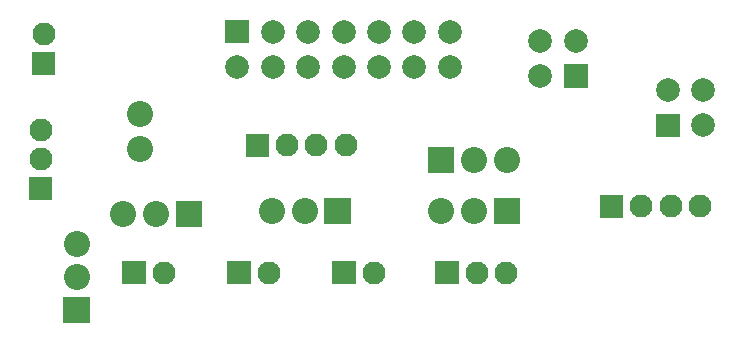
<source format=gbs>
G04 Layer: BottomSolderMaskLayer*
G04 EasyEDA v6.4.14, 2021-01-31T15:52:51+00:00*
G04 53acab47483b404e891b66caa61737d9,c23c5ad5fcdd482d9714491510f6a4f3,10*
G04 Gerber Generator version 0.2*
G04 Scale: 100 percent, Rotated: No, Reflected: No *
G04 Dimensions in millimeters *
G04 leading zeros omitted , absolute positions ,4 integer and 5 decimal *
%FSLAX45Y45*%
%MOMM*%

%ADD29C,2.2032*%
%ADD30C,2.0032*%
%ADD33C,1.9532*%

%LPD*%
D29*
G01*
X1270000Y1874586D03*
G01*
X1270000Y1574586D03*
D30*
G01*
X3897198Y2273061D03*
G01*
X3897198Y2573060D03*
G01*
X3597198Y2273061D03*
G01*
X3597198Y2573060D03*
G01*
X3297199Y2273061D03*
G01*
X3297199Y2573060D03*
G01*
X2997200Y2273061D03*
G01*
X2997200Y2573060D03*
G01*
X2697200Y2273061D03*
G01*
X2697200Y2573060D03*
G01*
X2397201Y2273061D03*
G01*
X2397201Y2573060D03*
G01*
X2097201Y2273061D03*
G36*
X1996947Y2472883D02*
G01*
X1996947Y2673289D01*
X2197354Y2673289D01*
X2197354Y2472883D01*
G37*
G36*
X3775963Y433263D02*
G01*
X3775963Y628335D01*
X3971036Y628335D01*
X3971036Y433263D01*
G37*
D33*
G01*
X4123512Y530799D03*
G01*
X4373499Y530799D03*
G36*
X334263Y1144463D02*
G01*
X334263Y1339535D01*
X529336Y1339535D01*
X529336Y1144463D01*
G37*
G01*
X431800Y1492011D03*
G01*
X431800Y1741998D03*
G36*
X3712463Y1373063D02*
G01*
X3712463Y1593535D01*
X3932936Y1593535D01*
X3932936Y1373063D01*
G37*
D29*
G01*
X4102100Y1483299D03*
G01*
X4381500Y1483299D03*
G36*
X4271263Y941263D02*
G01*
X4271263Y1161735D01*
X4491736Y1161735D01*
X4491736Y941263D01*
G37*
G01*
X4102100Y1051499D03*
G01*
X3822700Y1051499D03*
G36*
X1578863Y915863D02*
G01*
X1578863Y1136335D01*
X1799336Y1136335D01*
X1799336Y915863D01*
G37*
G01*
X1409700Y1026099D03*
G01*
X1130300Y1026099D03*
G36*
X2836163Y941263D02*
G01*
X2836163Y1161735D01*
X3056636Y1161735D01*
X3056636Y941263D01*
G37*
G01*
X2667000Y1051499D03*
G01*
X2387600Y1051499D03*
G36*
X1125474Y433263D02*
G01*
X1125474Y628335D01*
X1320800Y628335D01*
X1320800Y433263D01*
G37*
D33*
G01*
X1473200Y530799D03*
G36*
X2014474Y433263D02*
G01*
X2014474Y628335D01*
X2209800Y628335D01*
X2209800Y433263D01*
G37*
G01*
X2362200Y530799D03*
G36*
X2903474Y433263D02*
G01*
X2903474Y628335D01*
X3098800Y628335D01*
X3098800Y433263D01*
G37*
G01*
X3251200Y530799D03*
G36*
X359663Y2202373D02*
G01*
X359663Y2397699D01*
X554736Y2397699D01*
X554736Y2202373D01*
G37*
G01*
X457200Y2550099D03*
G36*
X4863084Y2096709D02*
G01*
X4863084Y2297115D01*
X5063490Y2297115D01*
X5063490Y2096709D01*
G37*
D30*
G01*
X4663313Y2196886D03*
G01*
X4963312Y2496886D03*
G01*
X4663313Y2496886D03*
G36*
X5642609Y1677609D02*
G01*
X5642609Y1878015D01*
X5843015Y1878015D01*
X5843015Y1677609D01*
G37*
G01*
X5742785Y2077793D03*
G01*
X6042784Y1777794D03*
G01*
X6042784Y2077793D03*
G36*
X5169661Y996127D02*
G01*
X5169661Y1191199D01*
X5364734Y1191199D01*
X5364734Y996127D01*
G37*
D33*
G01*
X5517306Y1093678D03*
G01*
X5767293Y1093678D03*
G01*
X6017305Y1093678D03*
G36*
X2169159Y1512763D02*
G01*
X2169159Y1707835D01*
X2364231Y1707835D01*
X2364231Y1512763D01*
G37*
G01*
X2516606Y1610299D03*
G01*
X2766593Y1610299D03*
G01*
X3016605Y1610299D03*
G36*
X626363Y103063D02*
G01*
X626363Y323535D01*
X846836Y323535D01*
X846836Y103063D01*
G37*
D29*
G01*
X736600Y492699D03*
G01*
X736600Y772099D03*
M02*

</source>
